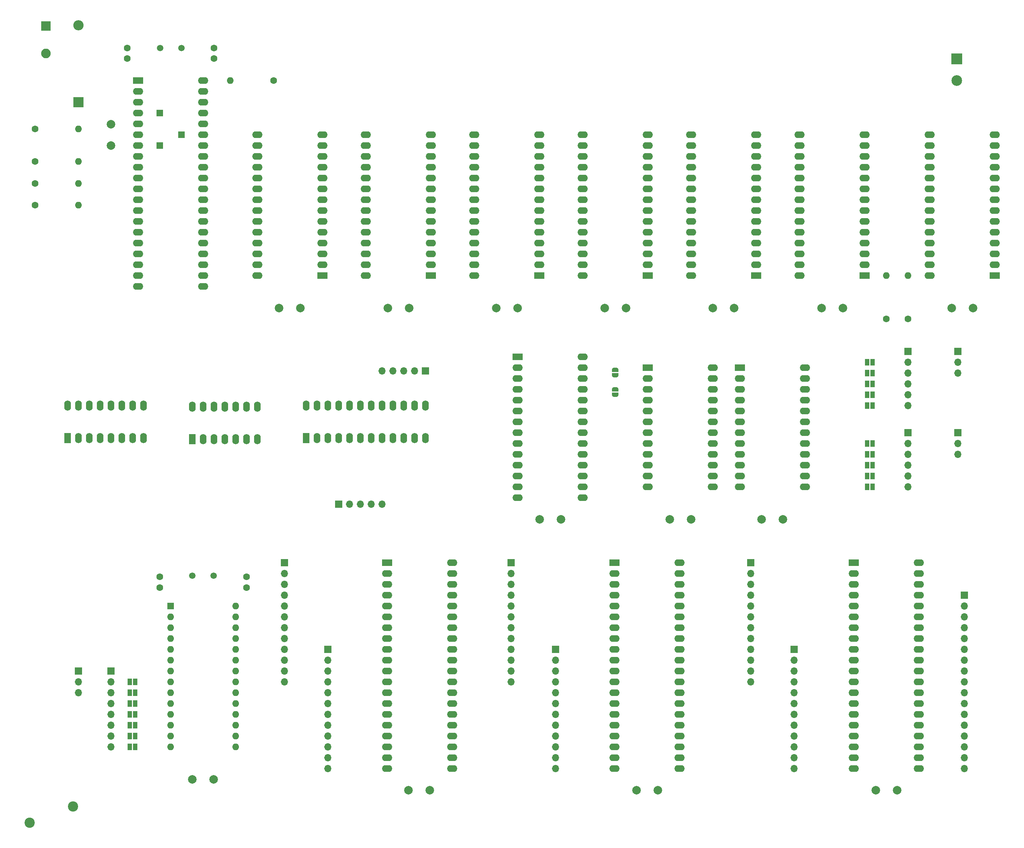
<source format=gbs>
G04 #@! TF.GenerationSoftware,KiCad,Pcbnew,8.0.7*
G04 #@! TF.CreationDate,2025-01-05T11:59:37+01:00*
G04 #@! TF.ProjectId,CPU_X-3,4350555f-582d-4332-9e6b-696361645f70,2*
G04 #@! TF.SameCoordinates,Original*
G04 #@! TF.FileFunction,Soldermask,Bot*
G04 #@! TF.FilePolarity,Negative*
%FSLAX46Y46*%
G04 Gerber Fmt 4.6, Leading zero omitted, Abs format (unit mm)*
G04 Created by KiCad (PCBNEW 8.0.7) date 2025-01-05 11:59:37*
%MOMM*%
%LPD*%
G01*
G04 APERTURE LIST*
G04 Aperture macros list*
%AMFreePoly0*
4,1,19,0.500000,-0.750000,0.000000,-0.750000,0.000000,-0.744911,-0.071157,-0.744911,-0.207708,-0.704816,-0.327430,-0.627875,-0.420627,-0.520320,-0.479746,-0.390866,-0.500000,-0.250000,-0.500000,0.250000,-0.479746,0.390866,-0.420627,0.520320,-0.327430,0.627875,-0.207708,0.704816,-0.071157,0.744911,0.000000,0.744911,0.000000,0.750000,0.500000,0.750000,0.500000,-0.750000,0.500000,-0.750000,
$1*%
%AMFreePoly1*
4,1,19,0.000000,0.744911,0.071157,0.744911,0.207708,0.704816,0.327430,0.627875,0.420627,0.520320,0.479746,0.390866,0.500000,0.250000,0.500000,-0.250000,0.479746,-0.390866,0.420627,-0.520320,0.327430,-0.627875,0.207708,-0.704816,0.071157,-0.744911,0.000000,-0.744911,0.000000,-0.750000,-0.500000,-0.750000,-0.500000,0.750000,0.000000,0.750000,0.000000,0.744911,0.000000,0.744911,
$1*%
G04 Aperture macros list end*
%ADD10C,2.000000*%
%ADD11R,1.700000X1.700000*%
%ADD12O,1.700000X1.700000*%
%ADD13C,1.600000*%
%ADD14O,1.600000X1.600000*%
%ADD15R,1.600000X1.600000*%
%ADD16C,2.400000*%
%ADD17R,2.400000X1.600000*%
%ADD18O,2.400000X1.600000*%
%ADD19C,1.500000*%
%ADD20R,1.600000X2.400000*%
%ADD21O,1.600000X2.400000*%
%ADD22R,2.500000X2.500000*%
%ADD23C,2.500000*%
%ADD24R,2.400000X2.400000*%
%ADD25O,2.400000X2.400000*%
%ADD26R,2.250000X2.250000*%
%ADD27C,2.250000*%
%ADD28R,1.000000X1.500000*%
%ADD29FreePoly0,270.000000*%
%ADD30FreePoly1,270.000000*%
%ADD31R,1.500000X1.500000*%
G04 APERTURE END LIST*
D10*
X247730000Y-99060000D03*
X252730000Y-99060000D03*
D11*
X237490000Y-128270000D03*
D12*
X237490000Y-130810000D03*
X237490000Y-133350000D03*
X237490000Y-135890000D03*
X237490000Y-138430000D03*
X237490000Y-140970000D03*
D10*
X141050000Y-99060000D03*
X146050000Y-99060000D03*
D11*
X91440000Y-158750000D03*
D12*
X91440000Y-161290000D03*
X91440000Y-163830000D03*
X91440000Y-166370000D03*
X91440000Y-168910000D03*
X91440000Y-171450000D03*
X91440000Y-173990000D03*
X91440000Y-176530000D03*
X91440000Y-179070000D03*
X91440000Y-181610000D03*
X91440000Y-184150000D03*
X91440000Y-186690000D03*
D10*
X50800000Y-60960000D03*
X50800000Y-55960000D03*
D13*
X33020000Y-74930000D03*
D14*
X43180000Y-74930000D03*
D13*
X82550000Y-164572000D03*
X82550000Y-162072000D03*
D10*
X191810000Y-99060000D03*
X196810000Y-99060000D03*
D11*
X249174000Y-109220000D03*
D12*
X249174000Y-111760000D03*
X249174000Y-114300000D03*
D15*
X64770000Y-168910000D03*
D14*
X64770000Y-171450000D03*
X64770000Y-173990000D03*
X64770000Y-176530000D03*
X64770000Y-179070000D03*
X64770000Y-181610000D03*
X64770000Y-184150000D03*
X64770000Y-186690000D03*
X64770000Y-189230000D03*
X64770000Y-191770000D03*
X64770000Y-194310000D03*
X64770000Y-196850000D03*
X64770000Y-199390000D03*
X64770000Y-201930000D03*
X80010000Y-201930000D03*
X80010000Y-199390000D03*
X80010000Y-196850000D03*
X80010000Y-194310000D03*
X80010000Y-191770000D03*
X80010000Y-189230000D03*
X80010000Y-186690000D03*
X80010000Y-184150000D03*
X80010000Y-181610000D03*
X80010000Y-179070000D03*
X80010000Y-176530000D03*
X80010000Y-173990000D03*
X80010000Y-171450000D03*
X80010000Y-168910000D03*
D13*
X88900000Y-45720000D03*
D14*
X78740000Y-45720000D03*
D13*
X54610000Y-38100000D03*
X54610000Y-40600000D03*
D16*
X41910000Y-215900000D03*
D11*
X210820000Y-179070000D03*
D12*
X210820000Y-181610000D03*
X210820000Y-184150000D03*
X210820000Y-186690000D03*
X210820000Y-189230000D03*
X210820000Y-191770000D03*
X210820000Y-194310000D03*
X210820000Y-196850000D03*
X210820000Y-199390000D03*
X210820000Y-201930000D03*
X210820000Y-204470000D03*
X210820000Y-207010000D03*
D17*
X224790000Y-158750000D03*
D18*
X224790000Y-161290000D03*
X224790000Y-163830000D03*
X224790000Y-166370000D03*
X224790000Y-168910000D03*
X224790000Y-171450000D03*
X224790000Y-173990000D03*
X224790000Y-176530000D03*
X224790000Y-179070000D03*
X224790000Y-181610000D03*
X224790000Y-184150000D03*
X224790000Y-186690000D03*
X224790000Y-189230000D03*
X224790000Y-191770000D03*
X224790000Y-194310000D03*
X224790000Y-196850000D03*
X224790000Y-199390000D03*
X224790000Y-201930000D03*
X224790000Y-204470000D03*
X224790000Y-207010000D03*
X240030000Y-207010000D03*
X240030000Y-204470000D03*
X240030000Y-201930000D03*
X240030000Y-199390000D03*
X240030000Y-196850000D03*
X240030000Y-194310000D03*
X240030000Y-191770000D03*
X240030000Y-189230000D03*
X240030000Y-186690000D03*
X240030000Y-184150000D03*
X240030000Y-181610000D03*
X240030000Y-179070000D03*
X240030000Y-176530000D03*
X240030000Y-173990000D03*
X240030000Y-171450000D03*
X240030000Y-168910000D03*
X240030000Y-166370000D03*
X240030000Y-163830000D03*
X240030000Y-161290000D03*
X240030000Y-158750000D03*
D10*
X90170000Y-99060000D03*
X95170000Y-99060000D03*
D19*
X62312500Y-38100000D03*
X67312500Y-38100000D03*
D13*
X62230000Y-162072000D03*
X62230000Y-164572000D03*
D19*
X69850000Y-161798000D03*
X74850000Y-161798000D03*
D20*
X69850000Y-129794000D03*
D21*
X72390000Y-129794000D03*
X74930000Y-129794000D03*
X77470000Y-129794000D03*
X80010000Y-129794000D03*
X82550000Y-129794000D03*
X85090000Y-129794000D03*
X85090000Y-122174000D03*
X82550000Y-122174000D03*
X80010000Y-122174000D03*
X77470000Y-122174000D03*
X74930000Y-122174000D03*
X72390000Y-122174000D03*
X69850000Y-122174000D03*
D10*
X229950000Y-212090000D03*
X234950000Y-212090000D03*
X181690000Y-148590000D03*
X186690000Y-148590000D03*
D20*
X96520000Y-129540000D03*
D21*
X99060000Y-129540000D03*
X101600000Y-129540000D03*
X104140000Y-129540000D03*
X106680000Y-129540000D03*
X109220000Y-129540000D03*
X111760000Y-129540000D03*
X114300000Y-129540000D03*
X116840000Y-129540000D03*
X119380000Y-129540000D03*
X121920000Y-129540000D03*
X124460000Y-129540000D03*
X124460000Y-121920000D03*
X121920000Y-121920000D03*
X119380000Y-121920000D03*
X116840000Y-121920000D03*
X114300000Y-121920000D03*
X111760000Y-121920000D03*
X109220000Y-121920000D03*
X106680000Y-121920000D03*
X104140000Y-121920000D03*
X101600000Y-121920000D03*
X99060000Y-121920000D03*
X96520000Y-121920000D03*
D17*
X201930000Y-91440000D03*
D18*
X201930000Y-88900000D03*
X201930000Y-86360000D03*
X201930000Y-83820000D03*
X201930000Y-81280000D03*
X201930000Y-78740000D03*
X201930000Y-76200000D03*
X201930000Y-73660000D03*
X201930000Y-71120000D03*
X201930000Y-68580000D03*
X201930000Y-66040000D03*
X201930000Y-63500000D03*
X201930000Y-60960000D03*
X201930000Y-58420000D03*
X186690000Y-58420000D03*
X186690000Y-60960000D03*
X186690000Y-63500000D03*
X186690000Y-66040000D03*
X186690000Y-68580000D03*
X186690000Y-71120000D03*
X186690000Y-73660000D03*
X186690000Y-76200000D03*
X186690000Y-78740000D03*
X186690000Y-81280000D03*
X186690000Y-83820000D03*
X186690000Y-86360000D03*
X186690000Y-88900000D03*
X186690000Y-91440000D03*
D11*
X237490000Y-109220000D03*
D12*
X237490000Y-111760000D03*
X237490000Y-114300000D03*
X237490000Y-116840000D03*
X237490000Y-119380000D03*
X237490000Y-121920000D03*
D10*
X120476000Y-212090000D03*
X125476000Y-212090000D03*
X173926956Y-212090000D03*
X178926956Y-212090000D03*
D11*
X50800000Y-184150000D03*
D12*
X50800000Y-186690000D03*
X50800000Y-189230000D03*
X50800000Y-191770000D03*
X50800000Y-194310000D03*
X50800000Y-196850000D03*
X50800000Y-199390000D03*
X50800000Y-201930000D03*
D17*
X176530000Y-113030000D03*
D18*
X176530000Y-115570000D03*
X176530000Y-118110000D03*
X176530000Y-120650000D03*
X176530000Y-123190000D03*
X176530000Y-125730000D03*
X176530000Y-128270000D03*
X176530000Y-130810000D03*
X176530000Y-133350000D03*
X176530000Y-135890000D03*
X176530000Y-138430000D03*
X176530000Y-140970000D03*
X191770000Y-140970000D03*
X191770000Y-138430000D03*
X191770000Y-135890000D03*
X191770000Y-133350000D03*
X191770000Y-130810000D03*
X191770000Y-128270000D03*
X191770000Y-125730000D03*
X191770000Y-123190000D03*
X191770000Y-120650000D03*
X191770000Y-118110000D03*
X191770000Y-115570000D03*
X191770000Y-113030000D03*
D13*
X237490000Y-101600000D03*
D14*
X237490000Y-91440000D03*
D10*
X151210000Y-148590000D03*
X156210000Y-148590000D03*
D11*
X43180000Y-184150000D03*
D12*
X43180000Y-186690000D03*
X43180000Y-189230000D03*
D20*
X40640000Y-129540000D03*
D21*
X43180000Y-129540000D03*
X45720000Y-129540000D03*
X48260000Y-129540000D03*
X50800000Y-129540000D03*
X53340000Y-129540000D03*
X55880000Y-129540000D03*
X58420000Y-129540000D03*
X58420000Y-121920000D03*
X55880000Y-121920000D03*
X53340000Y-121920000D03*
X50800000Y-121920000D03*
X48260000Y-121920000D03*
X45720000Y-121920000D03*
X43180000Y-121920000D03*
X40640000Y-121920000D03*
D17*
X146050000Y-110490000D03*
D18*
X146050000Y-113030000D03*
X146050000Y-115570000D03*
X146050000Y-118110000D03*
X146050000Y-120650000D03*
X146050000Y-123190000D03*
X146050000Y-125730000D03*
X146050000Y-128270000D03*
X146050000Y-130810000D03*
X146050000Y-133350000D03*
X146050000Y-135890000D03*
X146050000Y-138430000D03*
X146050000Y-140970000D03*
X146050000Y-143510000D03*
X161290000Y-143510000D03*
X161290000Y-140970000D03*
X161290000Y-138430000D03*
X161290000Y-135890000D03*
X161290000Y-133350000D03*
X161290000Y-130810000D03*
X161290000Y-128270000D03*
X161290000Y-125730000D03*
X161290000Y-123190000D03*
X161290000Y-120650000D03*
X161290000Y-118110000D03*
X161290000Y-115570000D03*
X161290000Y-113030000D03*
X161290000Y-110490000D03*
D11*
X104140000Y-145034000D03*
D12*
X106680000Y-145034000D03*
X109220000Y-145034000D03*
X111760000Y-145034000D03*
X114300000Y-145034000D03*
D17*
X125730000Y-91440000D03*
D18*
X125730000Y-88900000D03*
X125730000Y-86360000D03*
X125730000Y-83820000D03*
X125730000Y-81280000D03*
X125730000Y-78740000D03*
X125730000Y-76200000D03*
X125730000Y-73660000D03*
X125730000Y-71120000D03*
X125730000Y-68580000D03*
X125730000Y-66040000D03*
X125730000Y-63500000D03*
X125730000Y-60960000D03*
X125730000Y-58420000D03*
X110490000Y-58420000D03*
X110490000Y-60960000D03*
X110490000Y-63500000D03*
X110490000Y-66040000D03*
X110490000Y-68580000D03*
X110490000Y-71120000D03*
X110490000Y-73660000D03*
X110490000Y-76200000D03*
X110490000Y-78740000D03*
X110490000Y-81280000D03*
X110490000Y-83820000D03*
X110490000Y-86360000D03*
X110490000Y-88900000D03*
X110490000Y-91440000D03*
D17*
X227330000Y-91440000D03*
D18*
X227330000Y-88900000D03*
X227330000Y-86360000D03*
X227330000Y-83820000D03*
X227330000Y-81280000D03*
X227330000Y-78740000D03*
X227330000Y-76200000D03*
X227330000Y-73660000D03*
X227330000Y-71120000D03*
X227330000Y-68580000D03*
X227330000Y-66040000D03*
X227330000Y-63500000D03*
X227330000Y-60960000D03*
X227330000Y-58420000D03*
X212090000Y-58420000D03*
X212090000Y-60960000D03*
X212090000Y-63500000D03*
X212090000Y-66040000D03*
X212090000Y-68580000D03*
X212090000Y-71120000D03*
X212090000Y-73660000D03*
X212090000Y-76200000D03*
X212090000Y-78740000D03*
X212090000Y-81280000D03*
X212090000Y-83820000D03*
X212090000Y-86360000D03*
X212090000Y-88900000D03*
X212090000Y-91440000D03*
D10*
X166450000Y-99060000D03*
X171450000Y-99060000D03*
D17*
X198120000Y-113030000D03*
D18*
X198120000Y-115570000D03*
X198120000Y-118110000D03*
X198120000Y-120650000D03*
X198120000Y-123190000D03*
X198120000Y-125730000D03*
X198120000Y-128270000D03*
X198120000Y-130810000D03*
X198120000Y-133350000D03*
X198120000Y-135890000D03*
X198120000Y-138430000D03*
X198120000Y-140970000D03*
X213360000Y-140970000D03*
X213360000Y-138430000D03*
X213360000Y-135890000D03*
X213360000Y-133350000D03*
X213360000Y-130810000D03*
X213360000Y-128270000D03*
X213360000Y-125730000D03*
X213360000Y-123190000D03*
X213360000Y-120650000D03*
X213360000Y-118110000D03*
X213360000Y-115570000D03*
X213360000Y-113030000D03*
D17*
X115505825Y-158750000D03*
D18*
X115505825Y-161290000D03*
X115505825Y-163830000D03*
X115505825Y-166370000D03*
X115505825Y-168910000D03*
X115505825Y-171450000D03*
X115505825Y-173990000D03*
X115505825Y-176530000D03*
X115505825Y-179070000D03*
X115505825Y-181610000D03*
X115505825Y-184150000D03*
X115505825Y-186690000D03*
X115505825Y-189230000D03*
X115505825Y-191770000D03*
X115505825Y-194310000D03*
X115505825Y-196850000D03*
X115505825Y-199390000D03*
X115505825Y-201930000D03*
X115505825Y-204470000D03*
X115505825Y-207010000D03*
X130745825Y-207010000D03*
X130745825Y-204470000D03*
X130745825Y-201930000D03*
X130745825Y-199390000D03*
X130745825Y-196850000D03*
X130745825Y-194310000D03*
X130745825Y-191770000D03*
X130745825Y-189230000D03*
X130745825Y-186690000D03*
X130745825Y-184150000D03*
X130745825Y-181610000D03*
X130745825Y-179070000D03*
X130745825Y-176530000D03*
X130745825Y-173990000D03*
X130745825Y-171450000D03*
X130745825Y-168910000D03*
X130745825Y-166370000D03*
X130745825Y-163830000D03*
X130745825Y-161290000D03*
X130745825Y-158750000D03*
D22*
X248920000Y-40640000D03*
D23*
X248920000Y-45720000D03*
D17*
X257810000Y-91440000D03*
D18*
X257810000Y-88900000D03*
X257810000Y-86360000D03*
X257810000Y-83820000D03*
X257810000Y-81280000D03*
X257810000Y-78740000D03*
X257810000Y-76200000D03*
X257810000Y-73660000D03*
X257810000Y-71120000D03*
X257810000Y-68580000D03*
X257810000Y-66040000D03*
X257810000Y-63500000D03*
X257810000Y-60960000D03*
X257810000Y-58420000D03*
X242570000Y-58420000D03*
X242570000Y-60960000D03*
X242570000Y-63500000D03*
X242570000Y-66040000D03*
X242570000Y-68580000D03*
X242570000Y-71120000D03*
X242570000Y-73660000D03*
X242570000Y-76200000D03*
X242570000Y-78740000D03*
X242570000Y-81280000D03*
X242570000Y-83820000D03*
X242570000Y-86360000D03*
X242570000Y-88900000D03*
X242570000Y-91440000D03*
D13*
X33020000Y-57040000D03*
D14*
X43180000Y-57040000D03*
D10*
X203200000Y-148590000D03*
X208200000Y-148590000D03*
D11*
X144526000Y-158750000D03*
D12*
X144526000Y-161290000D03*
X144526000Y-163830000D03*
X144526000Y-166370000D03*
X144526000Y-168910000D03*
X144526000Y-171450000D03*
X144526000Y-173990000D03*
X144526000Y-176530000D03*
X144526000Y-179070000D03*
X144526000Y-181610000D03*
X144526000Y-184150000D03*
X144526000Y-186690000D03*
D17*
X151130000Y-91440000D03*
D18*
X151130000Y-88900000D03*
X151130000Y-86360000D03*
X151130000Y-83820000D03*
X151130000Y-81280000D03*
X151130000Y-78740000D03*
X151130000Y-76200000D03*
X151130000Y-73660000D03*
X151130000Y-71120000D03*
X151130000Y-68580000D03*
X151130000Y-66040000D03*
X151130000Y-63500000D03*
X151130000Y-60960000D03*
X151130000Y-58420000D03*
X135890000Y-58420000D03*
X135890000Y-60960000D03*
X135890000Y-63500000D03*
X135890000Y-66040000D03*
X135890000Y-68580000D03*
X135890000Y-71120000D03*
X135890000Y-73660000D03*
X135890000Y-76200000D03*
X135890000Y-78740000D03*
X135890000Y-81280000D03*
X135890000Y-83820000D03*
X135890000Y-86360000D03*
X135890000Y-88900000D03*
X135890000Y-91440000D03*
D17*
X176530000Y-91440000D03*
D18*
X176530000Y-88900000D03*
X176530000Y-86360000D03*
X176530000Y-83820000D03*
X176530000Y-81280000D03*
X176530000Y-78740000D03*
X176530000Y-76200000D03*
X176530000Y-73660000D03*
X176530000Y-71120000D03*
X176530000Y-68580000D03*
X176530000Y-66040000D03*
X176530000Y-63500000D03*
X176530000Y-60960000D03*
X176530000Y-58420000D03*
X161290000Y-58420000D03*
X161290000Y-60960000D03*
X161290000Y-63500000D03*
X161290000Y-66040000D03*
X161290000Y-68580000D03*
X161290000Y-71120000D03*
X161290000Y-73660000D03*
X161290000Y-76200000D03*
X161290000Y-78740000D03*
X161290000Y-81280000D03*
X161290000Y-83820000D03*
X161290000Y-86360000D03*
X161290000Y-88900000D03*
X161290000Y-91440000D03*
D17*
X100330000Y-91440000D03*
D18*
X100330000Y-88900000D03*
X100330000Y-86360000D03*
X100330000Y-83820000D03*
X100330000Y-81280000D03*
X100330000Y-78740000D03*
X100330000Y-76200000D03*
X100330000Y-73660000D03*
X100330000Y-71120000D03*
X100330000Y-68580000D03*
X100330000Y-66040000D03*
X100330000Y-63500000D03*
X100330000Y-60960000D03*
X100330000Y-58420000D03*
X85090000Y-58420000D03*
X85090000Y-60960000D03*
X85090000Y-63500000D03*
X85090000Y-66040000D03*
X85090000Y-68580000D03*
X85090000Y-71120000D03*
X85090000Y-73660000D03*
X85090000Y-76200000D03*
X85090000Y-78740000D03*
X85090000Y-81280000D03*
X85090000Y-83820000D03*
X85090000Y-86360000D03*
X85090000Y-88900000D03*
X85090000Y-91440000D03*
D10*
X217250000Y-99060000D03*
X222250000Y-99060000D03*
D11*
X200660000Y-158750000D03*
D12*
X200660000Y-161290000D03*
X200660000Y-163830000D03*
X200660000Y-166370000D03*
X200660000Y-168910000D03*
X200660000Y-171450000D03*
X200660000Y-173990000D03*
X200660000Y-176530000D03*
X200660000Y-179070000D03*
X200660000Y-181610000D03*
X200660000Y-184150000D03*
X200660000Y-186690000D03*
D10*
X115650000Y-99060000D03*
X120650000Y-99060000D03*
D11*
X250698000Y-166370000D03*
D12*
X250698000Y-168910000D03*
X250698000Y-171450000D03*
X250698000Y-173990000D03*
X250698000Y-176530000D03*
X250698000Y-179070000D03*
X250698000Y-181610000D03*
X250698000Y-184150000D03*
X250698000Y-186690000D03*
X250698000Y-189230000D03*
X250698000Y-191770000D03*
X250698000Y-194310000D03*
X250698000Y-196850000D03*
X250698000Y-199390000D03*
X250698000Y-201930000D03*
X250698000Y-204470000D03*
X250698000Y-207010000D03*
D16*
X31750000Y-219710000D03*
D13*
X33020000Y-69850000D03*
D14*
X43180000Y-69850000D03*
D24*
X43180000Y-50800000D03*
D25*
X43180000Y-32800000D03*
D11*
X249174000Y-128270000D03*
D12*
X249174000Y-130810000D03*
X249174000Y-133350000D03*
D13*
X33020000Y-64660000D03*
D14*
X43180000Y-64660000D03*
D11*
X124460000Y-113792000D03*
D12*
X121920000Y-113792000D03*
X119380000Y-113792000D03*
X116840000Y-113792000D03*
X114300000Y-113792000D03*
D11*
X101600000Y-179070000D03*
D12*
X101600000Y-181610000D03*
X101600000Y-184150000D03*
X101600000Y-186690000D03*
X101600000Y-189230000D03*
X101600000Y-191770000D03*
X101600000Y-194310000D03*
X101600000Y-196850000D03*
X101600000Y-199390000D03*
X101600000Y-201930000D03*
X101600000Y-204470000D03*
X101600000Y-207010000D03*
D13*
X74930000Y-40600000D03*
X74930000Y-38100000D03*
D26*
X35565000Y-32905000D03*
D27*
X35565000Y-39405000D03*
D17*
X168766956Y-158750000D03*
D18*
X168766956Y-161290000D03*
X168766956Y-163830000D03*
X168766956Y-166370000D03*
X168766956Y-168910000D03*
X168766956Y-171450000D03*
X168766956Y-173990000D03*
X168766956Y-176530000D03*
X168766956Y-179070000D03*
X168766956Y-181610000D03*
X168766956Y-184150000D03*
X168766956Y-186690000D03*
X168766956Y-189230000D03*
X168766956Y-191770000D03*
X168766956Y-194310000D03*
X168766956Y-196850000D03*
X168766956Y-199390000D03*
X168766956Y-201930000D03*
X168766956Y-204470000D03*
X168766956Y-207010000D03*
X184006956Y-207010000D03*
X184006956Y-204470000D03*
X184006956Y-201930000D03*
X184006956Y-199390000D03*
X184006956Y-196850000D03*
X184006956Y-194310000D03*
X184006956Y-191770000D03*
X184006956Y-189230000D03*
X184006956Y-186690000D03*
X184006956Y-184150000D03*
X184006956Y-181610000D03*
X184006956Y-179070000D03*
X184006956Y-176530000D03*
X184006956Y-173990000D03*
X184006956Y-171450000D03*
X184006956Y-168910000D03*
X184006956Y-166370000D03*
X184006956Y-163830000D03*
X184006956Y-161290000D03*
X184006956Y-158750000D03*
D11*
X154940000Y-179070000D03*
D12*
X154940000Y-181610000D03*
X154940000Y-184150000D03*
X154940000Y-186690000D03*
X154940000Y-189230000D03*
X154940000Y-191770000D03*
X154940000Y-194310000D03*
X154940000Y-196850000D03*
X154940000Y-199390000D03*
X154940000Y-201930000D03*
X154940000Y-204470000D03*
X154940000Y-207010000D03*
D10*
X74890000Y-209550000D03*
X69890000Y-209550000D03*
D17*
X57155000Y-45720000D03*
D18*
X57155000Y-48260000D03*
X57155000Y-50800000D03*
X57155000Y-53340000D03*
X57155000Y-55880000D03*
X57155000Y-58420000D03*
X57155000Y-60960000D03*
X57155000Y-63500000D03*
X57155000Y-66040000D03*
X57155000Y-68580000D03*
X57155000Y-71120000D03*
X57155000Y-73660000D03*
X57155000Y-76200000D03*
X57155000Y-78740000D03*
X57155000Y-81280000D03*
X57155000Y-83820000D03*
X57155000Y-86360000D03*
X57155000Y-88900000D03*
X57155000Y-91440000D03*
X57155000Y-93980000D03*
X72395000Y-93980000D03*
X72395000Y-91440000D03*
X72395000Y-88900000D03*
X72395000Y-86360000D03*
X72395000Y-83820000D03*
X72395000Y-81280000D03*
X72395000Y-78740000D03*
X72395000Y-76200000D03*
X72395000Y-73660000D03*
X72395000Y-71120000D03*
X72395000Y-68580000D03*
X72395000Y-66040000D03*
X72395000Y-63500000D03*
X72395000Y-60960000D03*
X72395000Y-58420000D03*
X72395000Y-55880000D03*
X72395000Y-53340000D03*
X72395000Y-50800000D03*
X72395000Y-48260000D03*
X72395000Y-45720000D03*
D13*
X232410000Y-101600000D03*
D14*
X232410000Y-91440000D03*
D28*
X227950000Y-138430000D03*
X229250000Y-138430000D03*
X227950000Y-140970000D03*
X229250000Y-140970000D03*
X56530000Y-191770000D03*
X55230000Y-191770000D03*
X227950000Y-130810000D03*
X229250000Y-130810000D03*
X227950000Y-121920000D03*
X229250000Y-121920000D03*
X56530000Y-189230000D03*
X55230000Y-189230000D03*
X56530000Y-194310000D03*
X55230000Y-194310000D03*
D29*
X168910000Y-118110000D03*
D30*
X168910000Y-119410000D03*
D28*
X227950000Y-111760000D03*
X229250000Y-111760000D03*
D31*
X67310000Y-58420000D03*
X62230000Y-60960000D03*
D28*
X227950000Y-116840000D03*
X229250000Y-116840000D03*
X56530000Y-199390000D03*
X55230000Y-199390000D03*
X56530000Y-186690000D03*
X55230000Y-186690000D03*
D31*
X62230000Y-53340000D03*
D28*
X227950000Y-114300000D03*
X229250000Y-114300000D03*
X56530000Y-201930000D03*
X55230000Y-201930000D03*
X227950000Y-119380000D03*
X229250000Y-119380000D03*
X227950000Y-133350000D03*
X229250000Y-133350000D03*
D29*
X168910000Y-113538000D03*
D30*
X168910000Y-114838000D03*
D28*
X227950000Y-135890000D03*
X229250000Y-135890000D03*
X56530000Y-196850000D03*
X55230000Y-196850000D03*
M02*

</source>
